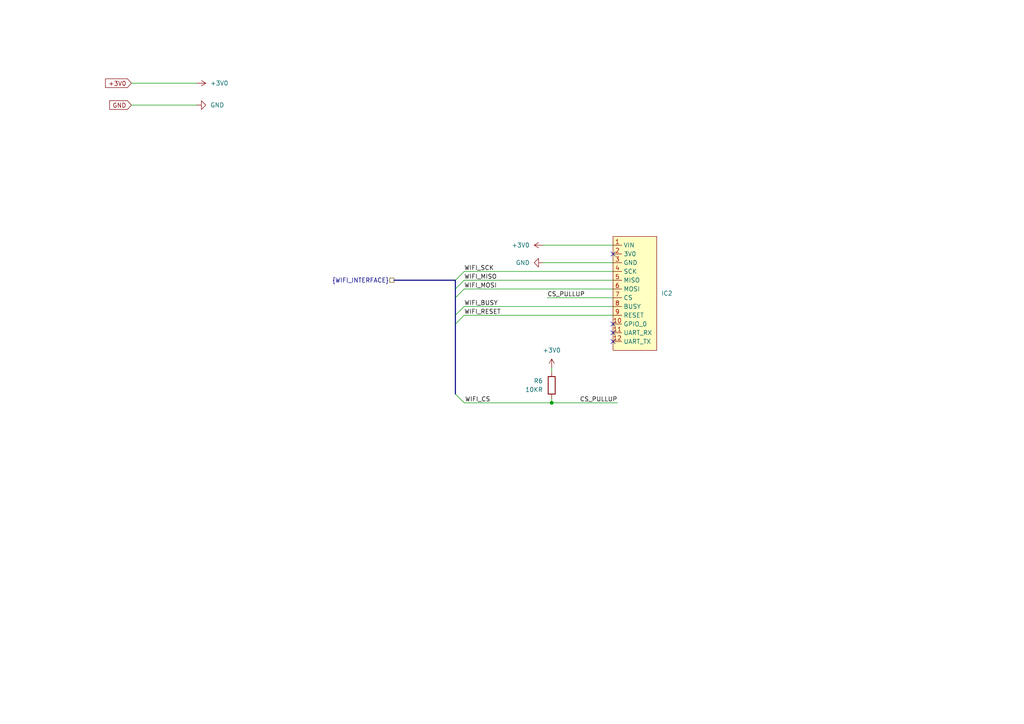
<source format=kicad_sch>
(kicad_sch (version 20250114) (generator "eeschema") (generator_version "9.0")
  (paper "A4")
  (lib_symbols
    (symbol "adrians_favs:SMD_RESISTOR_0603_10KR" (pin_numbers (hide yes)) (pin_names (offset 0))
      (property "Reference" "R" (at 0 2.032 0))
      (property "Value" "10KR" (at 0 0 0))
      (symbol "SMD_RESISTOR_0603_10KR_0_1"
        (rectangle (start 2.54 -1.016) (end -2.54 1.016) (stroke (width 0.254)))
      )
      (symbol "SMD_RESISTOR_0603_10KR_1_1"
        (pin passive line (at -3.81 0 0) (length 1.27) (name "~") (number "1"))
        (pin passive line (at 3.81 0 180) (length 1.27) (name "~") (number "2"))
      )
    )
    (symbol "adrians_favs:THT_WIFI_MODULE"
      (property "Reference" "IC" (at -13.97 -6.35 0))
      (symbol "THT_WIFI_MODULE_1_1"
        (rectangle (start -16.51 6.35) (end 16.51 -6.35) (fill (type color) (color 255 255 194 1)))
        (pin passive line (at -13.97 -6.35 90) (length 2.54) (name "VIN") (number "1"))
        (pin passive line (at -11.43 -6.35 90) (length 2.54) (name "3V0") (number "2"))
        (pin passive line (at -8.89 -6.35 90) (length 2.54) (name "GND") (number "3"))
        (pin passive line (at -6.35 -6.35 90) (length 2.54) (name "SCK") (number "4"))
        (pin passive line (at -3.81 -6.35 90) (length 2.54) (name "MISO") (number "5"))
        (pin passive line (at -1.27 -6.35 90) (length 2.54) (name "MOSI") (number "6"))
        (pin passive line (at 1.27 -6.35 90) (length 2.54) (name "CS") (number "7"))
        (pin passive line (at 3.81 -6.35 90) (length 2.54) (name "BUSY") (number "8"))
        (pin passive line (at 6.35 -6.35 90) (length 2.54) (name "RESET") (number "9"))
        (pin passive line (at 8.89 -6.35 90) (length 2.54) (name "GPIO_0") (number "10"))
        (pin passive line (at 11.43 -6.35 90) (length 2.54) (name "UART_RX") (number "11"))
        (pin passive line (at 13.97 -6.35 90) (length 2.54) (name "UART_TX") (number "12"))
      )
    )
    (symbol "power:+3V0" (power) (pin_numbers (hide yes)) (pin_names (offset 0) (hide yes))
      (property "Value" "+3V0" (at 0 3.556 0))
      (symbol "+3V0_0_1"
        (polyline (pts (xy -0.762 1.27) (xy 0 2.54)))
        (polyline (pts (xy 0 2.54) (xy 0.762 1.27)))
        (polyline (pts (xy 0 0) (xy 0 2.54)))
      )
      (symbol "+3V0_1_1"
        (pin power_in line (at 0 0 90) (length 0) (name "~") (number "1"))
      )
    )
    (symbol "power:GND" (power) (pin_numbers (hide yes)) (pin_names (offset 0) (hide yes))
      (property "Value" "GND" (at 0 -3.81 0))
      (symbol "GND_0_1"
        (polyline (pts (xy 0 0) (xy 0 -1.27) (xy 1.27 -1.27) (xy 0 -2.54) (xy -1.27 -1.27) (xy 0 -1.27)))
      )
      (symbol "GND_1_1"
        (pin power_in line (at 0 0 270) (length 0) (name "~") (number "1"))
      )
    )
  )
  (bus_alias "WIFI_INTERFACE" (members "WIFI_SCK" "WIFI_MISO" "WIFI_MOSI" "WIFI_CS" "WIFI_BUSY" "WIFI_RESET"))
  (junction (at 160.02 116.84))
  (no_connect (at 177.8 96.52))
  (no_connect (at 177.8 99.06))
  (no_connect (at 177.8 93.98))
  (no_connect (at 177.8 73.66))
  (bus_entry (at 132.08 86.36) (size 2.54 -2.54))
  (bus_entry (at 132.08 114.3) (size 2.54 2.54))
  (bus_entry (at 132.08 83.82) (size 2.54 -2.54))
  (bus_entry (at 132.08 81.28) (size 2.54 -2.54))
  (bus_entry (at 132.08 91.44) (size 2.54 -2.54))
  (bus_entry (at 132.08 93.98) (size 2.54 -2.54))
  (wire (pts (xy 134.62 116.84) (xy 160.02 116.84)))
  (wire (pts (xy 158.75 86.36) (xy 177.8 86.36)))
  (wire (pts (xy 134.62 78.74) (xy 177.8 78.74)))
  (wire (pts (xy 179.07 116.84) (xy 160.02 116.84)))
  (bus (pts (xy 132.08 93.98) (xy 132.08 114.3)))
  (bus (pts (xy 132.08 83.82) (xy 132.08 86.36)))
  (wire (pts (xy 38.1 24.13) (xy 57.15 24.13)))
  (bus (pts (xy 132.08 91.44) (xy 132.08 93.98)))
  (wire (pts (xy 38.1 30.48) (xy 57.15 30.48)))
  (wire (pts (xy 160.02 116.84) (xy 160.02 115.57)))
  (wire (pts (xy 157.48 76.2) (xy 177.8 76.2)))
  (wire (pts (xy 160.02 106.68) (xy 160.02 107.95)))
  (bus (pts (xy 132.08 81.28) (xy 114.3 81.28)))
  (bus (pts (xy 132.08 86.36) (xy 132.08 91.44)))
  (wire (pts (xy 134.62 91.44) (xy 177.8 91.44)))
  (wire (pts (xy 134.62 81.28) (xy 177.8 81.28)))
  (wire (pts (xy 157.48 71.12) (xy 177.8 71.12)))
  (bus (pts (xy 132.08 81.28) (xy 132.08 83.82)))
  (wire (pts (xy 134.62 88.9) (xy 177.8 88.9)))
  (wire (pts (xy 134.62 83.82) (xy 177.8 83.82)))
  (label "WIFI_RESET" (at 134.62 91.44 0))
  (label "WIFI_MISO" (at 134.62 81.28 0))
  (label "WIFI_SCK" (at 134.62 78.74 0))
  (label "CS_PULLUP" (at 179.07 116.84 180))
  (label "WIFI_CS" (at 142.24 116.84 180))
  (label "WIFI_BUSY" (at 134.62 88.9 0))
  (label "CS_PULLUP" (at 158.75 86.36 0))
  (label "WIFI_MOSI" (at 134.62 83.82 0))
  (global_label "GND" (shape input) (at 38.1 30.48 180) (property "Intersheetrefs" "${INTERSHEET_REFS}" (effects (hide yes))))
  (global_label "+3V0" (shape input) (at 38.1 24.13 180) (property "Intersheetrefs" "${INTERSHEET_REFS}" (effects (hide yes))))
  (hierarchical_label "{WIFI_INTERFACE}" (shape passive) (at 114.3 81.28 180))
  (symbol (lib_id "power:GND") (at 57.15 30.48 90) (unit 1)
    (property "Reference" "#PWR047" (effects (hide yes)))
    (property "Value" "GND" (at 60.96 30.4799 90) (effects (justify right)))
    (property "Description" "Power symbol creates a global label with name \"GND\" , ground" (effects (hide yes)))
  )
  (symbol (lib_id "power:+3V0") (at 160.02 106.68 0) (mirror y) (unit 1)
    (property "Reference" "#PWR050" (effects (hide yes)))
    (property "Value" "+3V0" (at 160.02 101.6 0))
    (property "Description" "Power symbol creates a global label with name \"+3V0\"" (effects (hide yes)))
  )
  (symbol (lib_id "adrians_favs:THT_WIFI_MODULE") (at 184.15 85.09 270) (unit 1)
    (property "Reference" "IC2" (at 191.77 85.0899 90) (effects (justify left)))
    (property "Footprint" "adrians_favs:THT_WIFI_MODULE" (effects (hide yes)))
    (property "Datasheet" "https://cdn-learn.adafruit.com/downloads/pdf/adafruit-airlift-breakout.pdf" (effects (hide yes)))
    (property "Description" "WiFi module with pin headers to mount onto board." (effects (hide yes)))
    (property "Store" "https://www.adafruit.com/product/4201" (effects (hide yes)))
  )
  (symbol (lib_id "power:+3V0") (at 57.15 24.13 270) (unit 1)
    (property "Reference" "#PWR046" (effects (hide yes)))
    (property "Value" "+3V0" (at 60.96 24.1299 90) (effects (justify left)))
    (property "Description" "Power symbol creates a global label with name \"+3V0\"" (effects (hide yes)))
  )
  (symbol (lib_id "adrians_favs:SMD_RESISTOR_0603_10KR") (at 160.02 111.76 270) (mirror x) (unit 1)
    (property "Reference" "R6" (at 157.48 110.4899 90) (effects (justify right)))
    (property "Value" "10KR" (at 157.48 113.0299 90) (effects (justify right)))
    (property "Footprint" "adrians_favs:SMD_RESISTOR_0603" (effects (hide yes)))
    (property "Datasheet" "https://www.vishay.com/docs/20037/rcae3.pdf" (effects (hide yes)))
    (property "Description" "SMD 10KΩ resistor in 0603 form-factor." (effects (hide yes)))
    (property "Store" "https://mou.sr/4iWw44S" (effects (hide yes)))
  )
  (symbol (lib_id "power:+3V0") (at 157.48 71.12 90) (unit 1)
    (property "Reference" "#PWR048" (effects (hide yes)))
    (property "Value" "+3V0" (at 153.67 71.1199 90) (effects (justify left)))
    (property "Description" "Power symbol creates a global label with name \"+3V0\"" (effects (hide yes)))
  )
  (symbol (lib_id "power:GND") (at 157.48 76.2 270) (unit 1)
    (property "Reference" "#PWR049" (effects (hide yes)))
    (property "Value" "GND" (at 153.67 76.1999 90) (effects (justify right)))
    (property "Description" "Power symbol creates a global label with name \"GND\" , ground" (effects (hide yes)))
  )
)
</source>
